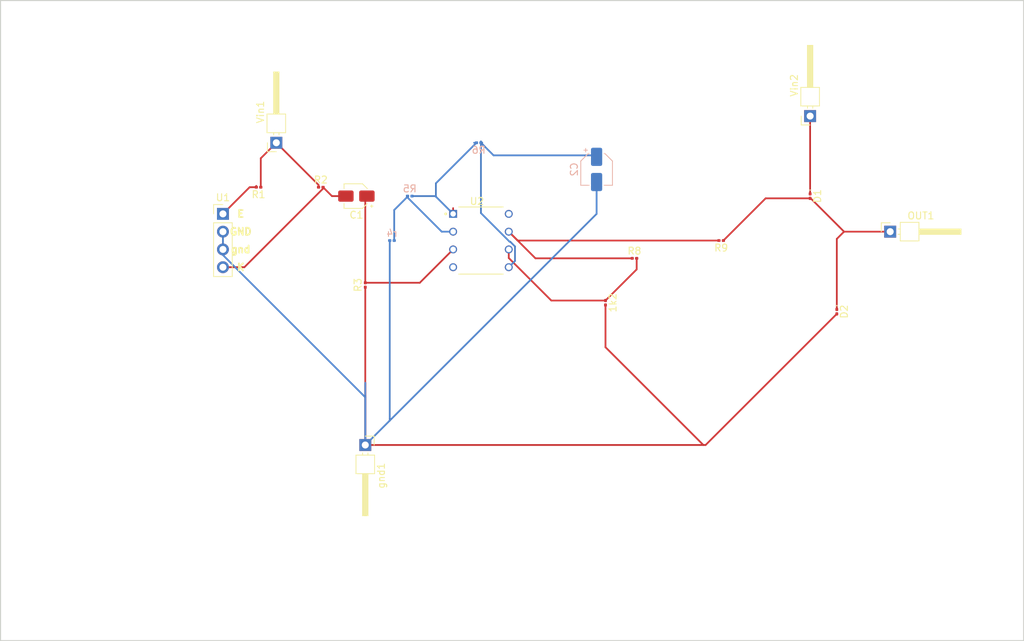
<source format=kicad_pcb>
(kicad_pcb (version 20171130) (host pcbnew "(5.1.10)-1")

  (general
    (thickness 1.6)
    (drawings 8)
    (tracks 72)
    (zones 0)
    (modules 19)
    (nets 13)
  )

  (page A4)
  (layers
    (0 F.Cu signal)
    (1 In1.Cu signal)
    (2 In2.Cu signal)
    (3 In3.Cu signal)
    (4 In4.Cu signal)
    (5 In5.Cu signal)
    (6 In6.Cu signal)
    (7 In7.Cu signal)
    (8 In8.Cu signal)
    (9 In9.Cu signal)
    (10 In10.Cu signal)
    (11 In11.Cu signal)
    (12 In12.Cu signal)
    (13 In13.Cu signal)
    (14 In14.Cu signal)
    (15 In15.Cu signal)
    (16 In16.Cu signal)
    (17 In17.Cu signal)
    (18 In18.Cu signal)
    (19 In19.Cu signal)
    (20 In20.Cu signal)
    (21 In21.Cu signal)
    (22 In22.Cu signal)
    (23 In23.Cu signal)
    (24 In24.Cu signal)
    (25 In25.Cu signal)
    (26 In26.Cu signal)
    (27 In27.Cu signal)
    (28 In28.Cu signal)
    (29 In29.Cu signal)
    (30 In30.Cu signal)
    (31 B.Cu signal)
    (32 B.Adhes user)
    (33 F.Adhes user)
    (34 B.Paste user)
    (35 F.Paste user)
    (36 B.SilkS user)
    (37 F.SilkS user)
    (38 B.Mask user)
    (39 F.Mask user)
    (40 Dwgs.User user)
    (41 Cmts.User user)
    (42 Eco1.User user)
    (43 Eco2.User user)
    (44 Edge.Cuts user)
    (45 Margin user)
    (46 B.CrtYd user)
    (47 F.CrtYd user)
    (48 B.Fab user)
    (49 F.Fab user)
  )

  (setup
    (last_trace_width 0.25)
    (trace_clearance 0.2)
    (zone_clearance 0.508)
    (zone_45_only no)
    (trace_min 0.2)
    (via_size 0.8)
    (via_drill 0.4)
    (via_min_size 0.4)
    (via_min_drill 0.3)
    (uvia_size 0.3)
    (uvia_drill 0.1)
    (uvias_allowed no)
    (uvia_min_size 0.2)
    (uvia_min_drill 0.1)
    (edge_width 0.15)
    (segment_width 0.2)
    (pcb_text_width 0.3)
    (pcb_text_size 1 1)
    (mod_edge_width 0.15)
    (mod_text_size 1 1)
    (mod_text_width 0.15)
    (pad_size 1.524 1.524)
    (pad_drill 0.762)
    (pad_to_mask_clearance 0)
    (aux_axis_origin 0 0)
    (visible_elements 7FFFFFFF)
    (pcbplotparams
      (layerselection 0x010f0_80000007)
      (usegerberextensions false)
      (usegerberattributes true)
      (usegerberadvancedattributes true)
      (creategerberjobfile true)
      (excludeedgelayer true)
      (linewidth 0.100000)
      (plotframeref false)
      (viasonmask false)
      (mode 1)
      (useauxorigin false)
      (hpglpennumber 1)
      (hpglpenspeed 20)
      (hpglpendiameter 15.000000)
      (psnegative false)
      (psa4output false)
      (plotreference true)
      (plotvalue true)
      (plotinvisibletext false)
      (padsonsilk false)
      (subtractmaskfromsilk false)
      (outputformat 1)
      (mirror false)
      (drillshape 0)
      (scaleselection 1)
      (outputdirectory "../ToOshPark/"))
  )

  (net 0 "")
  (net 1 "Net-(1k2-Pad1)")
  (net 2 "Net-(C1-Pad2)")
  (net 3 "Net-(C1-Pad1)")
  (net 4 "Net-(C2-Pad1)")
  (net 5 "Net-(D1-Pad2)")
  (net 6 "Net-(R1-Pad2)")
  (net 7 "Net-(R1-Pad1)")
  (net 8 "Net-(R5-Pad2)")
  (net 9 "Net-(R5-Pad1)")
  (net 10 "Net-(R8-Pad1)")
  (net 11 "Net-(1k2-Pad2)")
  (net 12 "Net-(D1-Pad1)")

  (net_class Default "This is the default net class."
    (clearance 0.2)
    (trace_width 0.25)
    (via_dia 0.8)
    (via_drill 0.4)
    (uvia_dia 0.3)
    (uvia_drill 0.1)
    (add_net "Net-(1k2-Pad1)")
    (add_net "Net-(1k2-Pad2)")
    (add_net "Net-(C1-Pad1)")
    (add_net "Net-(C1-Pad2)")
    (add_net "Net-(C2-Pad1)")
    (add_net "Net-(D1-Pad1)")
    (add_net "Net-(D1-Pad2)")
    (add_net "Net-(R1-Pad1)")
    (add_net "Net-(R1-Pad2)")
    (add_net "Net-(R5-Pad1)")
    (add_net "Net-(R5-Pad2)")
    (add_net "Net-(R8-Pad1)")
  )

  (module Connector_PinHeader_2.54mm:PinHeader_1x04_P2.54mm_Vertical (layer F.Cu) (tedit 59FED5CC) (tstamp 61892521)
    (at 148.59 104.14)
    (descr "Through hole straight pin header, 1x04, 2.54mm pitch, single row")
    (tags "Through hole pin header THT 1x04 2.54mm single row")
    (path /61872E79)
    (fp_text reference U1 (at 0 -2.33) (layer F.SilkS)
      (effects (font (size 1 1) (thickness 0.15)))
    )
    (fp_text value OPB745 (at 0 9.95) (layer F.Fab)
      (effects (font (size 1 1) (thickness 0.15)))
    )
    (fp_text user %R (at 0 3.81 90) (layer F.Fab)
      (effects (font (size 1 1) (thickness 0.15)))
    )
    (fp_line (start -0.635 -1.27) (end 1.27 -1.27) (layer F.Fab) (width 0.1))
    (fp_line (start 1.27 -1.27) (end 1.27 8.89) (layer F.Fab) (width 0.1))
    (fp_line (start 1.27 8.89) (end -1.27 8.89) (layer F.Fab) (width 0.1))
    (fp_line (start -1.27 8.89) (end -1.27 -0.635) (layer F.Fab) (width 0.1))
    (fp_line (start -1.27 -0.635) (end -0.635 -1.27) (layer F.Fab) (width 0.1))
    (fp_line (start -1.33 8.95) (end 1.33 8.95) (layer F.SilkS) (width 0.12))
    (fp_line (start -1.33 1.27) (end -1.33 8.95) (layer F.SilkS) (width 0.12))
    (fp_line (start 1.33 1.27) (end 1.33 8.95) (layer F.SilkS) (width 0.12))
    (fp_line (start -1.33 1.27) (end 1.33 1.27) (layer F.SilkS) (width 0.12))
    (fp_line (start -1.33 0) (end -1.33 -1.33) (layer F.SilkS) (width 0.12))
    (fp_line (start -1.33 -1.33) (end 0 -1.33) (layer F.SilkS) (width 0.12))
    (fp_line (start -1.8 -1.8) (end -1.8 9.4) (layer F.CrtYd) (width 0.05))
    (fp_line (start -1.8 9.4) (end 1.8 9.4) (layer F.CrtYd) (width 0.05))
    (fp_line (start 1.8 9.4) (end 1.8 -1.8) (layer F.CrtYd) (width 0.05))
    (fp_line (start 1.8 -1.8) (end -1.8 -1.8) (layer F.CrtYd) (width 0.05))
    (pad 4 thru_hole oval (at 0 7.62) (size 1.7 1.7) (drill 1) (layers *.Cu *.Mask)
      (net 2 "Net-(C1-Pad2)"))
    (pad 3 thru_hole oval (at 0 5.08) (size 1.7 1.7) (drill 1) (layers *.Cu *.Mask)
      (net 11 "Net-(1k2-Pad2)"))
    (pad 2 thru_hole oval (at 0 2.54) (size 1.7 1.7) (drill 1) (layers *.Cu *.Mask)
      (net 11 "Net-(1k2-Pad2)"))
    (pad 1 thru_hole rect (at 0 0) (size 1.7 1.7) (drill 1) (layers *.Cu *.Mask)
      (net 6 "Net-(R1-Pad2)"))
    (model ${KISYS3DMOD}/Connector_PinHeader_2.54mm.3dshapes/PinHeader_1x04_P2.54mm_Vertical.wrl
      (at (xyz 0 0 0))
      (scale (xyz 1 1 1))
      (rotate (xyz 0 0 0))
    )
  )

  (module Connector_PinHeader_2.54mm:PinHeader_1x01_P2.54mm_Horizontal (layer F.Cu) (tedit 59FED5CB) (tstamp 61890340)
    (at 232.41 90.17 90)
    (descr "Through hole angled pin header, 1x01, 2.54mm pitch, 6mm pin length, single row")
    (tags "Through hole angled pin header THT 1x01 2.54mm single row")
    (path /618E2A83)
    (fp_text reference Vin2 (at 4.385 -2.27 90) (layer F.SilkS)
      (effects (font (size 1 1) (thickness 0.15)))
    )
    (fp_text value Conn_01x01_Male (at 4.385 2.27 90) (layer F.Fab)
      (effects (font (size 1 1) (thickness 0.15)))
    )
    (fp_text user %R (at 2.77 0) (layer F.Fab)
      (effects (font (size 1 1) (thickness 0.15)))
    )
    (fp_line (start 2.135 -1.27) (end 4.04 -1.27) (layer F.Fab) (width 0.1))
    (fp_line (start 4.04 -1.27) (end 4.04 1.27) (layer F.Fab) (width 0.1))
    (fp_line (start 4.04 1.27) (end 1.5 1.27) (layer F.Fab) (width 0.1))
    (fp_line (start 1.5 1.27) (end 1.5 -0.635) (layer F.Fab) (width 0.1))
    (fp_line (start 1.5 -0.635) (end 2.135 -1.27) (layer F.Fab) (width 0.1))
    (fp_line (start -0.32 -0.32) (end 1.5 -0.32) (layer F.Fab) (width 0.1))
    (fp_line (start -0.32 -0.32) (end -0.32 0.32) (layer F.Fab) (width 0.1))
    (fp_line (start -0.32 0.32) (end 1.5 0.32) (layer F.Fab) (width 0.1))
    (fp_line (start 4.04 -0.32) (end 10.04 -0.32) (layer F.Fab) (width 0.1))
    (fp_line (start 10.04 -0.32) (end 10.04 0.32) (layer F.Fab) (width 0.1))
    (fp_line (start 4.04 0.32) (end 10.04 0.32) (layer F.Fab) (width 0.1))
    (fp_line (start 1.44 -1.33) (end 1.44 1.33) (layer F.SilkS) (width 0.12))
    (fp_line (start 1.44 1.33) (end 4.1 1.33) (layer F.SilkS) (width 0.12))
    (fp_line (start 4.1 1.33) (end 4.1 -1.33) (layer F.SilkS) (width 0.12))
    (fp_line (start 4.1 -1.33) (end 1.44 -1.33) (layer F.SilkS) (width 0.12))
    (fp_line (start 4.1 -0.38) (end 10.1 -0.38) (layer F.SilkS) (width 0.12))
    (fp_line (start 10.1 -0.38) (end 10.1 0.38) (layer F.SilkS) (width 0.12))
    (fp_line (start 10.1 0.38) (end 4.1 0.38) (layer F.SilkS) (width 0.12))
    (fp_line (start 4.1 -0.32) (end 10.1 -0.32) (layer F.SilkS) (width 0.12))
    (fp_line (start 4.1 -0.2) (end 10.1 -0.2) (layer F.SilkS) (width 0.12))
    (fp_line (start 4.1 -0.08) (end 10.1 -0.08) (layer F.SilkS) (width 0.12))
    (fp_line (start 4.1 0.04) (end 10.1 0.04) (layer F.SilkS) (width 0.12))
    (fp_line (start 4.1 0.16) (end 10.1 0.16) (layer F.SilkS) (width 0.12))
    (fp_line (start 4.1 0.28) (end 10.1 0.28) (layer F.SilkS) (width 0.12))
    (fp_line (start 1.11 -0.38) (end 1.44 -0.38) (layer F.SilkS) (width 0.12))
    (fp_line (start 1.11 0.38) (end 1.44 0.38) (layer F.SilkS) (width 0.12))
    (fp_line (start -1.27 0) (end -1.27 -1.27) (layer F.SilkS) (width 0.12))
    (fp_line (start -1.27 -1.27) (end 0 -1.27) (layer F.SilkS) (width 0.12))
    (fp_line (start -1.8 -1.8) (end -1.8 1.8) (layer F.CrtYd) (width 0.05))
    (fp_line (start -1.8 1.8) (end 10.55 1.8) (layer F.CrtYd) (width 0.05))
    (fp_line (start 10.55 1.8) (end 10.55 -1.8) (layer F.CrtYd) (width 0.05))
    (fp_line (start 10.55 -1.8) (end -1.8 -1.8) (layer F.CrtYd) (width 0.05))
    (pad 1 thru_hole rect (at 0 0 90) (size 1.7 1.7) (drill 1) (layers *.Cu *.Mask)
      (net 12 "Net-(D1-Pad1)"))
    (model ${KISYS3DMOD}/Connector_PinHeader_2.54mm.3dshapes/PinHeader_1x01_P2.54mm_Horizontal.wrl
      (at (xyz 0 0 0))
      (scale (xyz 1 1 1))
      (rotate (xyz 0 0 0))
    )
  )

  (module Connector_PinHeader_2.54mm:PinHeader_1x01_P2.54mm_Horizontal (layer F.Cu) (tedit 59FED5CB) (tstamp 6189016C)
    (at 243.84 106.68)
    (descr "Through hole angled pin header, 1x01, 2.54mm pitch, 6mm pin length, single row")
    (tags "Through hole angled pin header THT 1x01 2.54mm single row")
    (path /6193298D)
    (fp_text reference OUT1 (at 4.385 -2.27) (layer F.SilkS)
      (effects (font (size 1 1) (thickness 0.15)))
    )
    (fp_text value Conn_01x01_Male (at 4.385 2.27) (layer F.Fab)
      (effects (font (size 1 1) (thickness 0.15)))
    )
    (fp_text user %R (at 2.77 0 90) (layer F.Fab)
      (effects (font (size 1 1) (thickness 0.15)))
    )
    (fp_line (start 2.135 -1.27) (end 4.04 -1.27) (layer F.Fab) (width 0.1))
    (fp_line (start 4.04 -1.27) (end 4.04 1.27) (layer F.Fab) (width 0.1))
    (fp_line (start 4.04 1.27) (end 1.5 1.27) (layer F.Fab) (width 0.1))
    (fp_line (start 1.5 1.27) (end 1.5 -0.635) (layer F.Fab) (width 0.1))
    (fp_line (start 1.5 -0.635) (end 2.135 -1.27) (layer F.Fab) (width 0.1))
    (fp_line (start -0.32 -0.32) (end 1.5 -0.32) (layer F.Fab) (width 0.1))
    (fp_line (start -0.32 -0.32) (end -0.32 0.32) (layer F.Fab) (width 0.1))
    (fp_line (start -0.32 0.32) (end 1.5 0.32) (layer F.Fab) (width 0.1))
    (fp_line (start 4.04 -0.32) (end 10.04 -0.32) (layer F.Fab) (width 0.1))
    (fp_line (start 10.04 -0.32) (end 10.04 0.32) (layer F.Fab) (width 0.1))
    (fp_line (start 4.04 0.32) (end 10.04 0.32) (layer F.Fab) (width 0.1))
    (fp_line (start 1.44 -1.33) (end 1.44 1.33) (layer F.SilkS) (width 0.12))
    (fp_line (start 1.44 1.33) (end 4.1 1.33) (layer F.SilkS) (width 0.12))
    (fp_line (start 4.1 1.33) (end 4.1 -1.33) (layer F.SilkS) (width 0.12))
    (fp_line (start 4.1 -1.33) (end 1.44 -1.33) (layer F.SilkS) (width 0.12))
    (fp_line (start 4.1 -0.38) (end 10.1 -0.38) (layer F.SilkS) (width 0.12))
    (fp_line (start 10.1 -0.38) (end 10.1 0.38) (layer F.SilkS) (width 0.12))
    (fp_line (start 10.1 0.38) (end 4.1 0.38) (layer F.SilkS) (width 0.12))
    (fp_line (start 4.1 -0.32) (end 10.1 -0.32) (layer F.SilkS) (width 0.12))
    (fp_line (start 4.1 -0.2) (end 10.1 -0.2) (layer F.SilkS) (width 0.12))
    (fp_line (start 4.1 -0.08) (end 10.1 -0.08) (layer F.SilkS) (width 0.12))
    (fp_line (start 4.1 0.04) (end 10.1 0.04) (layer F.SilkS) (width 0.12))
    (fp_line (start 4.1 0.16) (end 10.1 0.16) (layer F.SilkS) (width 0.12))
    (fp_line (start 4.1 0.28) (end 10.1 0.28) (layer F.SilkS) (width 0.12))
    (fp_line (start 1.11 -0.38) (end 1.44 -0.38) (layer F.SilkS) (width 0.12))
    (fp_line (start 1.11 0.38) (end 1.44 0.38) (layer F.SilkS) (width 0.12))
    (fp_line (start -1.27 0) (end -1.27 -1.27) (layer F.SilkS) (width 0.12))
    (fp_line (start -1.27 -1.27) (end 0 -1.27) (layer F.SilkS) (width 0.12))
    (fp_line (start -1.8 -1.8) (end -1.8 1.8) (layer F.CrtYd) (width 0.05))
    (fp_line (start -1.8 1.8) (end 10.55 1.8) (layer F.CrtYd) (width 0.05))
    (fp_line (start 10.55 1.8) (end 10.55 -1.8) (layer F.CrtYd) (width 0.05))
    (fp_line (start 10.55 -1.8) (end -1.8 -1.8) (layer F.CrtYd) (width 0.05))
    (pad 1 thru_hole rect (at 0 0) (size 1.7 1.7) (drill 1) (layers *.Cu *.Mask)
      (net 5 "Net-(D1-Pad2)"))
    (model ${KISYS3DMOD}/Connector_PinHeader_2.54mm.3dshapes/PinHeader_1x01_P2.54mm_Horizontal.wrl
      (at (xyz 0 0 0))
      (scale (xyz 1 1 1))
      (rotate (xyz 0 0 0))
    )
  )

  (module Resistor_SMD:R_0201_0603Metric (layer F.Cu) (tedit 5F68FEEE) (tstamp 6188ED3F)
    (at 219.71 107.95 180)
    (descr "Resistor SMD 0201 (0603 Metric), square (rectangular) end terminal, IPC_7351 nominal, (Body size source: https://www.vishay.com/docs/20052/crcw0201e3.pdf), generated with kicad-footprint-generator")
    (tags resistor)
    (path /61885D58)
    (attr smd)
    (fp_text reference R9 (at 0 -1.05) (layer F.SilkS)
      (effects (font (size 1 1) (thickness 0.15)))
    )
    (fp_text value 100 (at 0 1.05) (layer F.Fab)
      (effects (font (size 1 1) (thickness 0.15)))
    )
    (fp_text user %R (at 0 -0.68) (layer F.Fab)
      (effects (font (size 0.25 0.25) (thickness 0.04)))
    )
    (fp_line (start -0.3 0.15) (end -0.3 -0.15) (layer F.Fab) (width 0.1))
    (fp_line (start -0.3 -0.15) (end 0.3 -0.15) (layer F.Fab) (width 0.1))
    (fp_line (start 0.3 -0.15) (end 0.3 0.15) (layer F.Fab) (width 0.1))
    (fp_line (start 0.3 0.15) (end -0.3 0.15) (layer F.Fab) (width 0.1))
    (fp_line (start -0.7 0.35) (end -0.7 -0.35) (layer F.CrtYd) (width 0.05))
    (fp_line (start -0.7 -0.35) (end 0.7 -0.35) (layer F.CrtYd) (width 0.05))
    (fp_line (start 0.7 -0.35) (end 0.7 0.35) (layer F.CrtYd) (width 0.05))
    (fp_line (start 0.7 0.35) (end -0.7 0.35) (layer F.CrtYd) (width 0.05))
    (pad 2 smd roundrect (at 0.32 0 180) (size 0.46 0.4) (layers F.Cu F.Mask) (roundrect_rratio 0.25)
      (net 10 "Net-(R8-Pad1)"))
    (pad 1 smd roundrect (at -0.32 0 180) (size 0.46 0.4) (layers F.Cu F.Mask) (roundrect_rratio 0.25)
      (net 5 "Net-(D1-Pad2)"))
    (pad "" smd roundrect (at 0.345 0 180) (size 0.318 0.36) (layers F.Paste) (roundrect_rratio 0.25))
    (pad "" smd roundrect (at -0.345 0 180) (size 0.318 0.36) (layers F.Paste) (roundrect_rratio 0.25))
    (model ${KISYS3DMOD}/Resistor_SMD.3dshapes/R_0201_0603Metric.wrl
      (at (xyz 0 0 0))
      (scale (xyz 1 1 1))
      (rotate (xyz 0 0 0))
    )
  )

  (module Resistor_SMD:R_0201_0603Metric (layer F.Cu) (tedit 5F68FEEE) (tstamp 6188ED2E)
    (at 207.33 110.49)
    (descr "Resistor SMD 0201 (0603 Metric), square (rectangular) end terminal, IPC_7351 nominal, (Body size source: https://www.vishay.com/docs/20052/crcw0201e3.pdf), generated with kicad-footprint-generator")
    (tags resistor)
    (path /61881D72)
    (attr smd)
    (fp_text reference R8 (at 0 -1.05) (layer F.SilkS)
      (effects (font (size 1 1) (thickness 0.15)))
    )
    (fp_text value 15k (at 0 1.05) (layer F.Fab)
      (effects (font (size 1 1) (thickness 0.15)))
    )
    (fp_text user %R (at 0 -0.68) (layer F.Fab)
      (effects (font (size 0.25 0.25) (thickness 0.04)))
    )
    (fp_line (start -0.3 0.15) (end -0.3 -0.15) (layer F.Fab) (width 0.1))
    (fp_line (start -0.3 -0.15) (end 0.3 -0.15) (layer F.Fab) (width 0.1))
    (fp_line (start 0.3 -0.15) (end 0.3 0.15) (layer F.Fab) (width 0.1))
    (fp_line (start 0.3 0.15) (end -0.3 0.15) (layer F.Fab) (width 0.1))
    (fp_line (start -0.7 0.35) (end -0.7 -0.35) (layer F.CrtYd) (width 0.05))
    (fp_line (start -0.7 -0.35) (end 0.7 -0.35) (layer F.CrtYd) (width 0.05))
    (fp_line (start 0.7 -0.35) (end 0.7 0.35) (layer F.CrtYd) (width 0.05))
    (fp_line (start 0.7 0.35) (end -0.7 0.35) (layer F.CrtYd) (width 0.05))
    (pad 2 smd roundrect (at 0.32 0) (size 0.46 0.4) (layers F.Cu F.Mask) (roundrect_rratio 0.25)
      (net 1 "Net-(1k2-Pad1)"))
    (pad 1 smd roundrect (at -0.32 0) (size 0.46 0.4) (layers F.Cu F.Mask) (roundrect_rratio 0.25)
      (net 10 "Net-(R8-Pad1)"))
    (pad "" smd roundrect (at 0.345 0) (size 0.318 0.36) (layers F.Paste) (roundrect_rratio 0.25))
    (pad "" smd roundrect (at -0.345 0) (size 0.318 0.36) (layers F.Paste) (roundrect_rratio 0.25))
    (model ${KISYS3DMOD}/Resistor_SMD.3dshapes/R_0201_0603Metric.wrl
      (at (xyz 0 0 0))
      (scale (xyz 1 1 1))
      (rotate (xyz 0 0 0))
    )
  )

  (module Resistor_SMD:R_0201_0603Metric (layer B.Cu) (tedit 5F68FEEE) (tstamp 6188ED1D)
    (at 185.1 93.98)
    (descr "Resistor SMD 0201 (0603 Metric), square (rectangular) end terminal, IPC_7351 nominal, (Body size source: https://www.vishay.com/docs/20052/crcw0201e3.pdf), generated with kicad-footprint-generator")
    (tags resistor)
    (path /6187D634)
    (attr smd)
    (fp_text reference R6 (at 0 1.05) (layer B.SilkS)
      (effects (font (size 1 1) (thickness 0.15)) (justify mirror))
    )
    (fp_text value 842k (at 0 -1.05) (layer B.Fab)
      (effects (font (size 1 1) (thickness 0.15)) (justify mirror))
    )
    (fp_text user %R (at 0 0.68) (layer B.Fab)
      (effects (font (size 0.25 0.25) (thickness 0.04)) (justify mirror))
    )
    (fp_line (start -0.3 -0.15) (end -0.3 0.15) (layer B.Fab) (width 0.1))
    (fp_line (start -0.3 0.15) (end 0.3 0.15) (layer B.Fab) (width 0.1))
    (fp_line (start 0.3 0.15) (end 0.3 -0.15) (layer B.Fab) (width 0.1))
    (fp_line (start 0.3 -0.15) (end -0.3 -0.15) (layer B.Fab) (width 0.1))
    (fp_line (start -0.7 -0.35) (end -0.7 0.35) (layer B.CrtYd) (width 0.05))
    (fp_line (start -0.7 0.35) (end 0.7 0.35) (layer B.CrtYd) (width 0.05))
    (fp_line (start 0.7 0.35) (end 0.7 -0.35) (layer B.CrtYd) (width 0.05))
    (fp_line (start 0.7 -0.35) (end -0.7 -0.35) (layer B.CrtYd) (width 0.05))
    (pad 2 smd roundrect (at 0.32 0) (size 0.46 0.4) (layers B.Cu B.Mask) (roundrect_rratio 0.25)
      (net 4 "Net-(C2-Pad1)"))
    (pad 1 smd roundrect (at -0.32 0) (size 0.46 0.4) (layers B.Cu B.Mask) (roundrect_rratio 0.25)
      (net 9 "Net-(R5-Pad1)"))
    (pad "" smd roundrect (at 0.345 0) (size 0.318 0.36) (layers B.Paste) (roundrect_rratio 0.25))
    (pad "" smd roundrect (at -0.345 0) (size 0.318 0.36) (layers B.Paste) (roundrect_rratio 0.25))
    (model ${KISYS3DMOD}/Resistor_SMD.3dshapes/R_0201_0603Metric.wrl
      (at (xyz 0 0 0))
      (scale (xyz 1 1 1))
      (rotate (xyz 0 0 0))
    )
  )

  (module Resistor_SMD:R_0201_0603Metric (layer B.Cu) (tedit 5F68FEEE) (tstamp 6188ED0C)
    (at 175.26 101.6 180)
    (descr "Resistor SMD 0201 (0603 Metric), square (rectangular) end terminal, IPC_7351 nominal, (Body size source: https://www.vishay.com/docs/20052/crcw0201e3.pdf), generated with kicad-footprint-generator")
    (tags resistor)
    (path /61878E1F)
    (attr smd)
    (fp_text reference R5 (at 0 1.05) (layer B.SilkS)
      (effects (font (size 1 1) (thickness 0.15)) (justify mirror))
    )
    (fp_text value 20k (at 0 -1.05) (layer B.Fab)
      (effects (font (size 1 1) (thickness 0.15)) (justify mirror))
    )
    (fp_text user %R (at 0 0.68) (layer B.Fab)
      (effects (font (size 0.25 0.25) (thickness 0.04)) (justify mirror))
    )
    (fp_line (start -0.3 -0.15) (end -0.3 0.15) (layer B.Fab) (width 0.1))
    (fp_line (start -0.3 0.15) (end 0.3 0.15) (layer B.Fab) (width 0.1))
    (fp_line (start 0.3 0.15) (end 0.3 -0.15) (layer B.Fab) (width 0.1))
    (fp_line (start 0.3 -0.15) (end -0.3 -0.15) (layer B.Fab) (width 0.1))
    (fp_line (start -0.7 -0.35) (end -0.7 0.35) (layer B.CrtYd) (width 0.05))
    (fp_line (start -0.7 0.35) (end 0.7 0.35) (layer B.CrtYd) (width 0.05))
    (fp_line (start 0.7 0.35) (end 0.7 -0.35) (layer B.CrtYd) (width 0.05))
    (fp_line (start 0.7 -0.35) (end -0.7 -0.35) (layer B.CrtYd) (width 0.05))
    (pad 2 smd roundrect (at 0.32 0 180) (size 0.46 0.4) (layers B.Cu B.Mask) (roundrect_rratio 0.25)
      (net 8 "Net-(R5-Pad2)"))
    (pad 1 smd roundrect (at -0.32 0 180) (size 0.46 0.4) (layers B.Cu B.Mask) (roundrect_rratio 0.25)
      (net 9 "Net-(R5-Pad1)"))
    (pad "" smd roundrect (at 0.345 0 180) (size 0.318 0.36) (layers B.Paste) (roundrect_rratio 0.25))
    (pad "" smd roundrect (at -0.345 0 180) (size 0.318 0.36) (layers B.Paste) (roundrect_rratio 0.25))
    (model ${KISYS3DMOD}/Resistor_SMD.3dshapes/R_0201_0603Metric.wrl
      (at (xyz 0 0 0))
      (scale (xyz 1 1 1))
      (rotate (xyz 0 0 0))
    )
  )

  (module Resistor_SMD:R_0201_0603Metric (layer B.Cu) (tedit 5F68FEEE) (tstamp 6188ECFB)
    (at 172.72 107.95 180)
    (descr "Resistor SMD 0201 (0603 Metric), square (rectangular) end terminal, IPC_7351 nominal, (Body size source: https://www.vishay.com/docs/20052/crcw0201e3.pdf), generated with kicad-footprint-generator")
    (tags resistor)
    (path /6187932D)
    (attr smd)
    (fp_text reference r4 (at 0 1.05) (layer B.SilkS)
      (effects (font (size 1 1) (thickness 0.15)) (justify mirror))
    )
    (fp_text value 1k (at 0 -1.05) (layer B.Fab)
      (effects (font (size 1 1) (thickness 0.15)) (justify mirror))
    )
    (fp_text user %R (at 0 0.68) (layer B.Fab)
      (effects (font (size 0.25 0.25) (thickness 0.04)) (justify mirror))
    )
    (fp_line (start -0.3 -0.15) (end -0.3 0.15) (layer B.Fab) (width 0.1))
    (fp_line (start -0.3 0.15) (end 0.3 0.15) (layer B.Fab) (width 0.1))
    (fp_line (start 0.3 0.15) (end 0.3 -0.15) (layer B.Fab) (width 0.1))
    (fp_line (start 0.3 -0.15) (end -0.3 -0.15) (layer B.Fab) (width 0.1))
    (fp_line (start -0.7 -0.35) (end -0.7 0.35) (layer B.CrtYd) (width 0.05))
    (fp_line (start -0.7 0.35) (end 0.7 0.35) (layer B.CrtYd) (width 0.05))
    (fp_line (start 0.7 0.35) (end 0.7 -0.35) (layer B.CrtYd) (width 0.05))
    (fp_line (start 0.7 -0.35) (end -0.7 -0.35) (layer B.CrtYd) (width 0.05))
    (pad 2 smd roundrect (at 0.32 0 180) (size 0.46 0.4) (layers B.Cu B.Mask) (roundrect_rratio 0.25)
      (net 11 "Net-(1k2-Pad2)"))
    (pad 1 smd roundrect (at -0.32 0 180) (size 0.46 0.4) (layers B.Cu B.Mask) (roundrect_rratio 0.25)
      (net 8 "Net-(R5-Pad2)"))
    (pad "" smd roundrect (at 0.345 0 180) (size 0.318 0.36) (layers B.Paste) (roundrect_rratio 0.25))
    (pad "" smd roundrect (at -0.345 0 180) (size 0.318 0.36) (layers B.Paste) (roundrect_rratio 0.25))
    (model ${KISYS3DMOD}/Resistor_SMD.3dshapes/R_0201_0603Metric.wrl
      (at (xyz 0 0 0))
      (scale (xyz 1 1 1))
      (rotate (xyz 0 0 0))
    )
  )

  (module Resistor_SMD:R_0201_0603Metric (layer F.Cu) (tedit 5F68FEEE) (tstamp 6188ECEA)
    (at 168.91 114.3 90)
    (descr "Resistor SMD 0201 (0603 Metric), square (rectangular) end terminal, IPC_7351 nominal, (Body size source: https://www.vishay.com/docs/20052/crcw0201e3.pdf), generated with kicad-footprint-generator")
    (tags resistor)
    (path /6185965A)
    (attr smd)
    (fp_text reference R3 (at 0 -1.05 90) (layer F.SilkS)
      (effects (font (size 1 1) (thickness 0.15)))
    )
    (fp_text value 680k (at 0 1.05 90) (layer F.Fab)
      (effects (font (size 1 1) (thickness 0.15)))
    )
    (fp_text user %R (at 0 -0.68 90) (layer F.Fab)
      (effects (font (size 0.25 0.25) (thickness 0.04)))
    )
    (fp_line (start -0.3 0.15) (end -0.3 -0.15) (layer F.Fab) (width 0.1))
    (fp_line (start -0.3 -0.15) (end 0.3 -0.15) (layer F.Fab) (width 0.1))
    (fp_line (start 0.3 -0.15) (end 0.3 0.15) (layer F.Fab) (width 0.1))
    (fp_line (start 0.3 0.15) (end -0.3 0.15) (layer F.Fab) (width 0.1))
    (fp_line (start -0.7 0.35) (end -0.7 -0.35) (layer F.CrtYd) (width 0.05))
    (fp_line (start -0.7 -0.35) (end 0.7 -0.35) (layer F.CrtYd) (width 0.05))
    (fp_line (start 0.7 -0.35) (end 0.7 0.35) (layer F.CrtYd) (width 0.05))
    (fp_line (start 0.7 0.35) (end -0.7 0.35) (layer F.CrtYd) (width 0.05))
    (pad 2 smd roundrect (at 0.32 0 90) (size 0.46 0.4) (layers F.Cu F.Mask) (roundrect_rratio 0.25)
      (net 3 "Net-(C1-Pad1)"))
    (pad 1 smd roundrect (at -0.32 0 90) (size 0.46 0.4) (layers F.Cu F.Mask) (roundrect_rratio 0.25)
      (net 11 "Net-(1k2-Pad2)"))
    (pad "" smd roundrect (at 0.345 0 90) (size 0.318 0.36) (layers F.Paste) (roundrect_rratio 0.25))
    (pad "" smd roundrect (at -0.345 0 90) (size 0.318 0.36) (layers F.Paste) (roundrect_rratio 0.25))
    (model ${KISYS3DMOD}/Resistor_SMD.3dshapes/R_0201_0603Metric.wrl
      (at (xyz 0 0 0))
      (scale (xyz 1 1 1))
      (rotate (xyz 0 0 0))
    )
  )

  (module Diode_SMD:D_0201_0603Metric (layer F.Cu) (tedit 5F68FEF0) (tstamp 6188EC19)
    (at 236.22 118.11 270)
    (descr "Diode SMD 0201 (0603 Metric), square (rectangular) end terminal, IPC_7351 nominal, (Body size source: https://www.vishay.com/docs/20052/crcw0201e3.pdf), generated with kicad-footprint-generator")
    (tags diode)
    (path /6188CB8D)
    (attr smd)
    (fp_text reference D2 (at 0 -1.05 90) (layer F.SilkS)
      (effects (font (size 1 1) (thickness 0.15)))
    )
    (fp_text value DIODE (at 0 1.05 90) (layer F.Fab)
      (effects (font (size 1 1) (thickness 0.15)))
    )
    (fp_text user %R (at 0 -0.68 90) (layer F.Fab)
      (effects (font (size 0.25 0.25) (thickness 0.04)))
    )
    (fp_circle (center -0.86 0) (end -0.81 0) (layer F.SilkS) (width 0.1))
    (fp_line (start -0.3 0.15) (end -0.3 -0.15) (layer F.Fab) (width 0.1))
    (fp_line (start -0.3 -0.15) (end 0.3 -0.15) (layer F.Fab) (width 0.1))
    (fp_line (start 0.3 -0.15) (end 0.3 0.15) (layer F.Fab) (width 0.1))
    (fp_line (start 0.3 0.15) (end -0.3 0.15) (layer F.Fab) (width 0.1))
    (fp_line (start -0.2 0.15) (end -0.2 -0.15) (layer F.Fab) (width 0.1))
    (fp_line (start -0.1 0.15) (end -0.1 -0.15) (layer F.Fab) (width 0.1))
    (fp_line (start -0.7 0.35) (end -0.7 -0.35) (layer F.CrtYd) (width 0.05))
    (fp_line (start -0.7 -0.35) (end 0.7 -0.35) (layer F.CrtYd) (width 0.05))
    (fp_line (start 0.7 -0.35) (end 0.7 0.35) (layer F.CrtYd) (width 0.05))
    (fp_line (start 0.7 0.35) (end -0.7 0.35) (layer F.CrtYd) (width 0.05))
    (pad 2 smd roundrect (at 0.32 0 270) (size 0.46 0.4) (layers F.Cu F.Mask) (roundrect_rratio 0.25)
      (net 11 "Net-(1k2-Pad2)"))
    (pad 1 smd roundrect (at -0.32 0 270) (size 0.46 0.4) (layers F.Cu F.Mask) (roundrect_rratio 0.25)
      (net 5 "Net-(D1-Pad2)"))
    (pad "" smd roundrect (at 0.345 0 270) (size 0.318 0.36) (layers F.Paste) (roundrect_rratio 0.25))
    (pad "" smd roundrect (at -0.345 0 270) (size 0.318 0.36) (layers F.Paste) (roundrect_rratio 0.25))
    (model ${KISYS3DMOD}/Diode_SMD.3dshapes/D_0201_0603Metric.wrl
      (at (xyz 0 0 0))
      (scale (xyz 1 1 1))
      (rotate (xyz 0 0 0))
    )
  )

  (module Diode_SMD:D_0201_0603Metric (layer F.Cu) (tedit 5F68FEF0) (tstamp 6188EC05)
    (at 232.41 101.6 270)
    (descr "Diode SMD 0201 (0603 Metric), square (rectangular) end terminal, IPC_7351 nominal, (Body size source: https://www.vishay.com/docs/20052/crcw0201e3.pdf), generated with kicad-footprint-generator")
    (tags diode)
    (path /6188D84B)
    (attr smd)
    (fp_text reference D1 (at 0 -1.05 90) (layer F.SilkS)
      (effects (font (size 1 1) (thickness 0.15)))
    )
    (fp_text value DIODE (at 0 1.05 90) (layer F.Fab)
      (effects (font (size 1 1) (thickness 0.15)))
    )
    (fp_text user %R (at 0 -0.68 90) (layer F.Fab)
      (effects (font (size 0.25 0.25) (thickness 0.04)))
    )
    (fp_circle (center -0.86 0) (end -0.81 0) (layer F.SilkS) (width 0.1))
    (fp_line (start -0.3 0.15) (end -0.3 -0.15) (layer F.Fab) (width 0.1))
    (fp_line (start -0.3 -0.15) (end 0.3 -0.15) (layer F.Fab) (width 0.1))
    (fp_line (start 0.3 -0.15) (end 0.3 0.15) (layer F.Fab) (width 0.1))
    (fp_line (start 0.3 0.15) (end -0.3 0.15) (layer F.Fab) (width 0.1))
    (fp_line (start -0.2 0.15) (end -0.2 -0.15) (layer F.Fab) (width 0.1))
    (fp_line (start -0.1 0.15) (end -0.1 -0.15) (layer F.Fab) (width 0.1))
    (fp_line (start -0.7 0.35) (end -0.7 -0.35) (layer F.CrtYd) (width 0.05))
    (fp_line (start -0.7 -0.35) (end 0.7 -0.35) (layer F.CrtYd) (width 0.05))
    (fp_line (start 0.7 -0.35) (end 0.7 0.35) (layer F.CrtYd) (width 0.05))
    (fp_line (start 0.7 0.35) (end -0.7 0.35) (layer F.CrtYd) (width 0.05))
    (pad 2 smd roundrect (at 0.32 0 270) (size 0.46 0.4) (layers F.Cu F.Mask) (roundrect_rratio 0.25)
      (net 5 "Net-(D1-Pad2)"))
    (pad 1 smd roundrect (at -0.32 0 270) (size 0.46 0.4) (layers F.Cu F.Mask) (roundrect_rratio 0.25)
      (net 12 "Net-(D1-Pad1)"))
    (pad "" smd roundrect (at 0.345 0 270) (size 0.318 0.36) (layers F.Paste) (roundrect_rratio 0.25))
    (pad "" smd roundrect (at -0.345 0 270) (size 0.318 0.36) (layers F.Paste) (roundrect_rratio 0.25))
    (model ${KISYS3DMOD}/Diode_SMD.3dshapes/D_0201_0603Metric.wrl
      (at (xyz 0 0 0))
      (scale (xyz 1 1 1))
      (rotate (xyz 0 0 0))
    )
  )

  (module Capacitor_SMD:CP_Elec_4x3 (layer B.Cu) (tedit 5BCA39CF) (tstamp 6188EBF1)
    (at 201.93 97.79 270)
    (descr "SMD capacitor, aluminum electrolytic, Nichicon, 4.0x3mm")
    (tags "capacitor electrolytic")
    (path /61883FA3)
    (attr smd)
    (fp_text reference C2 (at 0 3.2 270) (layer B.SilkS)
      (effects (font (size 1 1) (thickness 0.15)) (justify mirror))
    )
    (fp_text value 97.3uf (at 0 -3.2 270) (layer B.Fab)
      (effects (font (size 1 1) (thickness 0.15)) (justify mirror))
    )
    (fp_text user %R (at 0 0 270) (layer B.Fab)
      (effects (font (size 0.8 0.8) (thickness 0.12)) (justify mirror))
    )
    (fp_circle (center 0 0) (end 2 0) (layer B.Fab) (width 0.1))
    (fp_line (start 2.15 2.15) (end 2.15 -2.15) (layer B.Fab) (width 0.1))
    (fp_line (start -1.15 2.15) (end 2.15 2.15) (layer B.Fab) (width 0.1))
    (fp_line (start -1.15 -2.15) (end 2.15 -2.15) (layer B.Fab) (width 0.1))
    (fp_line (start -2.15 1.15) (end -2.15 -1.15) (layer B.Fab) (width 0.1))
    (fp_line (start -2.15 1.15) (end -1.15 2.15) (layer B.Fab) (width 0.1))
    (fp_line (start -2.15 -1.15) (end -1.15 -2.15) (layer B.Fab) (width 0.1))
    (fp_line (start -1.574773 1) (end -1.174773 1) (layer B.Fab) (width 0.1))
    (fp_line (start -1.374773 1.2) (end -1.374773 0.8) (layer B.Fab) (width 0.1))
    (fp_line (start 2.26 -2.26) (end 2.26 -1.06) (layer B.SilkS) (width 0.12))
    (fp_line (start 2.26 2.26) (end 2.26 1.06) (layer B.SilkS) (width 0.12))
    (fp_line (start -1.195563 2.26) (end 2.26 2.26) (layer B.SilkS) (width 0.12))
    (fp_line (start -1.195563 -2.26) (end 2.26 -2.26) (layer B.SilkS) (width 0.12))
    (fp_line (start -2.26 -1.195563) (end -2.26 -1.06) (layer B.SilkS) (width 0.12))
    (fp_line (start -2.26 1.195563) (end -2.26 1.06) (layer B.SilkS) (width 0.12))
    (fp_line (start -2.26 1.195563) (end -1.195563 2.26) (layer B.SilkS) (width 0.12))
    (fp_line (start -2.26 -1.195563) (end -1.195563 -2.26) (layer B.SilkS) (width 0.12))
    (fp_line (start -3 1.56) (end -2.5 1.56) (layer B.SilkS) (width 0.12))
    (fp_line (start -2.75 1.81) (end -2.75 1.31) (layer B.SilkS) (width 0.12))
    (fp_line (start 2.4 2.4) (end 2.4 1.05) (layer B.CrtYd) (width 0.05))
    (fp_line (start 2.4 1.05) (end 3.35 1.05) (layer B.CrtYd) (width 0.05))
    (fp_line (start 3.35 1.05) (end 3.35 -1.05) (layer B.CrtYd) (width 0.05))
    (fp_line (start 3.35 -1.05) (end 2.4 -1.05) (layer B.CrtYd) (width 0.05))
    (fp_line (start 2.4 -1.05) (end 2.4 -2.4) (layer B.CrtYd) (width 0.05))
    (fp_line (start -1.25 -2.4) (end 2.4 -2.4) (layer B.CrtYd) (width 0.05))
    (fp_line (start -1.25 2.4) (end 2.4 2.4) (layer B.CrtYd) (width 0.05))
    (fp_line (start -2.4 -1.25) (end -1.25 -2.4) (layer B.CrtYd) (width 0.05))
    (fp_line (start -2.4 1.25) (end -1.25 2.4) (layer B.CrtYd) (width 0.05))
    (fp_line (start -2.4 1.25) (end -2.4 1.05) (layer B.CrtYd) (width 0.05))
    (fp_line (start -2.4 -1.05) (end -2.4 -1.25) (layer B.CrtYd) (width 0.05))
    (fp_line (start -2.4 1.05) (end -3.35 1.05) (layer B.CrtYd) (width 0.05))
    (fp_line (start -3.35 1.05) (end -3.35 -1.05) (layer B.CrtYd) (width 0.05))
    (fp_line (start -3.35 -1.05) (end -2.4 -1.05) (layer B.CrtYd) (width 0.05))
    (pad 2 smd roundrect (at 1.8 0 270) (size 2.6 1.6) (layers B.Cu B.Paste B.Mask) (roundrect_rratio 0.15625)
      (net 11 "Net-(1k2-Pad2)"))
    (pad 1 smd roundrect (at -1.8 0 270) (size 2.6 1.6) (layers B.Cu B.Paste B.Mask) (roundrect_rratio 0.15625)
      (net 4 "Net-(C2-Pad1)"))
    (model ${KISYS3DMOD}/Capacitor_SMD.3dshapes/CP_Elec_4x3.wrl
      (at (xyz 0 0 0))
      (scale (xyz 1 1 1))
      (rotate (xyz 0 0 0))
    )
  )

  (module Capacitor_SMD:CP_Elec_3x5.4 (layer F.Cu) (tedit 5BCA39CF) (tstamp 6188EBC9)
    (at 167.64 101.6 180)
    (descr "SMD capacitor, aluminum electrolytic, Nichicon, 3.0x5.4mm")
    (tags "capacitor electrolytic")
    (path /618587C9)
    (attr smd)
    (fp_text reference C1 (at 0 -2.7) (layer F.SilkS)
      (effects (font (size 1 1) (thickness 0.15)))
    )
    (fp_text value 97.3uf (at 0 2.7) (layer F.Fab)
      (effects (font (size 1 1) (thickness 0.15)))
    )
    (fp_text user %R (at 0 0) (layer F.Fab)
      (effects (font (size 0.6 0.6) (thickness 0.09)))
    )
    (fp_circle (center 0 0) (end 1.5 0) (layer F.Fab) (width 0.1))
    (fp_line (start 1.65 -1.65) (end 1.65 1.65) (layer F.Fab) (width 0.1))
    (fp_line (start -0.825 -1.65) (end 1.65 -1.65) (layer F.Fab) (width 0.1))
    (fp_line (start -0.825 1.65) (end 1.65 1.65) (layer F.Fab) (width 0.1))
    (fp_line (start -1.65 -0.825) (end -1.65 0.825) (layer F.Fab) (width 0.1))
    (fp_line (start -1.65 -0.825) (end -0.825 -1.65) (layer F.Fab) (width 0.1))
    (fp_line (start -1.65 0.825) (end -0.825 1.65) (layer F.Fab) (width 0.1))
    (fp_line (start -1.110469 -0.8) (end -0.810469 -0.8) (layer F.Fab) (width 0.1))
    (fp_line (start -0.960469 -0.95) (end -0.960469 -0.65) (layer F.Fab) (width 0.1))
    (fp_line (start 1.76 1.76) (end 1.76 1.06) (layer F.SilkS) (width 0.12))
    (fp_line (start 1.76 -1.76) (end 1.76 -1.06) (layer F.SilkS) (width 0.12))
    (fp_line (start -0.870563 -1.76) (end 1.76 -1.76) (layer F.SilkS) (width 0.12))
    (fp_line (start -0.870563 1.76) (end 1.76 1.76) (layer F.SilkS) (width 0.12))
    (fp_line (start -1.570563 -1.06) (end -0.870563 -1.76) (layer F.SilkS) (width 0.12))
    (fp_line (start -1.570563 1.06) (end -0.870563 1.76) (layer F.SilkS) (width 0.12))
    (fp_line (start -2.375 -1.435) (end -2 -1.435) (layer F.SilkS) (width 0.12))
    (fp_line (start -2.1875 -1.6225) (end -2.1875 -1.2475) (layer F.SilkS) (width 0.12))
    (fp_line (start 1.9 -1.9) (end 1.9 -1.05) (layer F.CrtYd) (width 0.05))
    (fp_line (start 1.9 -1.05) (end 2.85 -1.05) (layer F.CrtYd) (width 0.05))
    (fp_line (start 2.85 -1.05) (end 2.85 1.05) (layer F.CrtYd) (width 0.05))
    (fp_line (start 2.85 1.05) (end 1.9 1.05) (layer F.CrtYd) (width 0.05))
    (fp_line (start 1.9 1.05) (end 1.9 1.9) (layer F.CrtYd) (width 0.05))
    (fp_line (start -0.93 1.9) (end 1.9 1.9) (layer F.CrtYd) (width 0.05))
    (fp_line (start -0.93 -1.9) (end 1.9 -1.9) (layer F.CrtYd) (width 0.05))
    (fp_line (start -1.78 1.05) (end -0.93 1.9) (layer F.CrtYd) (width 0.05))
    (fp_line (start -1.78 -1.05) (end -0.93 -1.9) (layer F.CrtYd) (width 0.05))
    (fp_line (start -1.78 -1.05) (end -2.85 -1.05) (layer F.CrtYd) (width 0.05))
    (fp_line (start -2.85 -1.05) (end -2.85 1.05) (layer F.CrtYd) (width 0.05))
    (fp_line (start -2.85 1.05) (end -1.78 1.05) (layer F.CrtYd) (width 0.05))
    (pad 2 smd roundrect (at 1.5 0 180) (size 2.2 1.6) (layers F.Cu F.Paste F.Mask) (roundrect_rratio 0.15625)
      (net 2 "Net-(C1-Pad2)"))
    (pad 1 smd roundrect (at -1.5 0 180) (size 2.2 1.6) (layers F.Cu F.Paste F.Mask) (roundrect_rratio 0.15625)
      (net 3 "Net-(C1-Pad1)"))
    (model ${KISYS3DMOD}/Capacitor_SMD.3dshapes/CP_Elec_3x5.4.wrl
      (at (xyz 0 0 0))
      (scale (xyz 1 1 1))
      (rotate (xyz 0 0 0))
    )
  )

  (module Resistor_SMD:R_0201_0603Metric (layer F.Cu) (tedit 5F68FEEE) (tstamp 6188EBA5)
    (at 203.2 116.84 270)
    (descr "Resistor SMD 0201 (0603 Metric), square (rectangular) end terminal, IPC_7351 nominal, (Body size source: https://www.vishay.com/docs/20052/crcw0201e3.pdf), generated with kicad-footprint-generator")
    (tags resistor)
    (path /61881D78)
    (attr smd)
    (fp_text reference 1k2 (at 0 -1.05 90) (layer F.SilkS)
      (effects (font (size 1 1) (thickness 0.15)))
    )
    (fp_text value R7 (at 0 1.05 90) (layer F.Fab)
      (effects (font (size 1 1) (thickness 0.15)))
    )
    (fp_text user %R (at 0 -0.68 90) (layer F.Fab)
      (effects (font (size 0.25 0.25) (thickness 0.04)))
    )
    (fp_line (start -0.3 0.15) (end -0.3 -0.15) (layer F.Fab) (width 0.1))
    (fp_line (start -0.3 -0.15) (end 0.3 -0.15) (layer F.Fab) (width 0.1))
    (fp_line (start 0.3 -0.15) (end 0.3 0.15) (layer F.Fab) (width 0.1))
    (fp_line (start 0.3 0.15) (end -0.3 0.15) (layer F.Fab) (width 0.1))
    (fp_line (start -0.7 0.35) (end -0.7 -0.35) (layer F.CrtYd) (width 0.05))
    (fp_line (start -0.7 -0.35) (end 0.7 -0.35) (layer F.CrtYd) (width 0.05))
    (fp_line (start 0.7 -0.35) (end 0.7 0.35) (layer F.CrtYd) (width 0.05))
    (fp_line (start 0.7 0.35) (end -0.7 0.35) (layer F.CrtYd) (width 0.05))
    (pad 2 smd roundrect (at 0.32 0 270) (size 0.46 0.4) (layers F.Cu F.Mask) (roundrect_rratio 0.25)
      (net 11 "Net-(1k2-Pad2)"))
    (pad 1 smd roundrect (at -0.32 0 270) (size 0.46 0.4) (layers F.Cu F.Mask) (roundrect_rratio 0.25)
      (net 1 "Net-(1k2-Pad1)"))
    (pad "" smd roundrect (at 0.345 0 270) (size 0.318 0.36) (layers F.Paste) (roundrect_rratio 0.25))
    (pad "" smd roundrect (at -0.345 0 270) (size 0.318 0.36) (layers F.Paste) (roundrect_rratio 0.25))
    (model ${KISYS3DMOD}/Resistor_SMD.3dshapes/R_0201_0603Metric.wrl
      (at (xyz 0 0 0))
      (scale (xyz 1 1 1))
      (rotate (xyz 0 0 0))
    )
  )

  (module TLC277CP:DIP794W45P254L959H508Q8 (layer F.Cu) (tedit 618833B9) (tstamp 618A6CD0)
    (at 185.42 107.95)
    (path /6185AB20)
    (fp_text reference U2 (at -0.565 -5.607) (layer F.SilkS)
      (effects (font (size 1 1) (thickness 0.15)))
    )
    (fp_text value TLC277 (at 10.865 5.607) (layer F.Fab)
      (effects (font (size 1 1) (thickness 0.15)))
    )
    (fp_circle (center -5.035 -3.81) (end -4.935 -3.81) (layer F.SilkS) (width 0.2))
    (fp_circle (center -5.035 -3.81) (end -4.935 -3.81) (layer F.Fab) (width 0.2))
    (fp_line (start -3.175 -4.795) (end 3.175 -4.795) (layer F.Fab) (width 0.127))
    (fp_line (start -3.175 4.795) (end 3.175 4.795) (layer F.Fab) (width 0.127))
    (fp_line (start -3.175 -4.795) (end 3.175 -4.795) (layer F.SilkS) (width 0.127))
    (fp_line (start -3.175 4.795) (end 3.175 4.795) (layer F.SilkS) (width 0.127))
    (fp_line (start -3.175 -4.795) (end -3.175 4.795) (layer F.Fab) (width 0.127))
    (fp_line (start 3.175 -4.795) (end 3.175 4.795) (layer F.Fab) (width 0.127))
    (fp_line (start 4.785 -5.045) (end -4.785 -5.045) (layer F.CrtYd) (width 0.05))
    (fp_line (start 4.785 5.045) (end -4.785 5.045) (layer F.CrtYd) (width 0.05))
    (fp_line (start 4.785 -5.045) (end 4.785 5.045) (layer F.CrtYd) (width 0.05))
    (fp_line (start -4.785 -5.045) (end -4.785 5.045) (layer F.CrtYd) (width 0.05))
    (pad 8 thru_hole circle (at 3.97 -3.81) (size 1.13 1.13) (drill 0.78) (layers *.Cu *.Mask))
    (pad 7 thru_hole circle (at 3.97 -1.27) (size 1.13 1.13) (drill 0.78) (layers *.Cu *.Mask)
      (net 10 "Net-(R8-Pad1)"))
    (pad 6 thru_hole circle (at 3.97 1.27) (size 1.13 1.13) (drill 0.78) (layers *.Cu *.Mask)
      (net 1 "Net-(1k2-Pad1)"))
    (pad 5 thru_hole circle (at 3.97 3.81) (size 1.13 1.13) (drill 0.78) (layers *.Cu *.Mask)
      (net 4 "Net-(C2-Pad1)"))
    (pad 4 thru_hole circle (at -3.97 3.81) (size 1.13 1.13) (drill 0.78) (layers *.Cu *.Mask))
    (pad 3 thru_hole circle (at -3.97 1.27) (size 1.13 1.13) (drill 0.78) (layers *.Cu *.Mask)
      (net 3 "Net-(C1-Pad1)"))
    (pad 2 thru_hole circle (at -3.97 -1.27) (size 1.13 1.13) (drill 0.78) (layers *.Cu *.Mask)
      (net 8 "Net-(R5-Pad2)"))
    (pad 1 thru_hole rect (at -3.97 -3.81) (size 1.13 1.13) (drill 0.78) (layers *.Cu *.Mask)
      (net 9 "Net-(R5-Pad1)"))
  )

  (module Connector_PinHeader_2.54mm:PinHeader_1x01_P2.54mm_Horizontal (layer F.Cu) (tedit 59FED5CB) (tstamp 618A6C14)
    (at 168.91 137.16 270)
    (descr "Through hole angled pin header, 1x01, 2.54mm pitch, 6mm pin length, single row")
    (tags "Through hole angled pin header THT 1x01 2.54mm single row")
    (path /6188AA28)
    (fp_text reference gnd1 (at 4.385 -2.27 90) (layer F.SilkS)
      (effects (font (size 1 1) (thickness 0.15)))
    )
    (fp_text value Conn_01x01_Male (at 4.385 2.27 90) (layer F.Fab)
      (effects (font (size 1 1) (thickness 0.15)))
    )
    (fp_line (start 2.135 -1.27) (end 4.04 -1.27) (layer F.Fab) (width 0.1))
    (fp_line (start 4.04 -1.27) (end 4.04 1.27) (layer F.Fab) (width 0.1))
    (fp_line (start 4.04 1.27) (end 1.5 1.27) (layer F.Fab) (width 0.1))
    (fp_line (start 1.5 1.27) (end 1.5 -0.635) (layer F.Fab) (width 0.1))
    (fp_line (start 1.5 -0.635) (end 2.135 -1.27) (layer F.Fab) (width 0.1))
    (fp_line (start -0.32 -0.32) (end 1.5 -0.32) (layer F.Fab) (width 0.1))
    (fp_line (start -0.32 -0.32) (end -0.32 0.32) (layer F.Fab) (width 0.1))
    (fp_line (start -0.32 0.32) (end 1.5 0.32) (layer F.Fab) (width 0.1))
    (fp_line (start 4.04 -0.32) (end 10.04 -0.32) (layer F.Fab) (width 0.1))
    (fp_line (start 10.04 -0.32) (end 10.04 0.32) (layer F.Fab) (width 0.1))
    (fp_line (start 4.04 0.32) (end 10.04 0.32) (layer F.Fab) (width 0.1))
    (fp_line (start 1.44 -1.33) (end 1.44 1.33) (layer F.SilkS) (width 0.12))
    (fp_line (start 1.44 1.33) (end 4.1 1.33) (layer F.SilkS) (width 0.12))
    (fp_line (start 4.1 1.33) (end 4.1 -1.33) (layer F.SilkS) (width 0.12))
    (fp_line (start 4.1 -1.33) (end 1.44 -1.33) (layer F.SilkS) (width 0.12))
    (fp_line (start 4.1 -0.38) (end 10.1 -0.38) (layer F.SilkS) (width 0.12))
    (fp_line (start 10.1 -0.38) (end 10.1 0.38) (layer F.SilkS) (width 0.12))
    (fp_line (start 10.1 0.38) (end 4.1 0.38) (layer F.SilkS) (width 0.12))
    (fp_line (start 4.1 -0.32) (end 10.1 -0.32) (layer F.SilkS) (width 0.12))
    (fp_line (start 4.1 -0.2) (end 10.1 -0.2) (layer F.SilkS) (width 0.12))
    (fp_line (start 4.1 -0.08) (end 10.1 -0.08) (layer F.SilkS) (width 0.12))
    (fp_line (start 4.1 0.04) (end 10.1 0.04) (layer F.SilkS) (width 0.12))
    (fp_line (start 4.1 0.16) (end 10.1 0.16) (layer F.SilkS) (width 0.12))
    (fp_line (start 4.1 0.28) (end 10.1 0.28) (layer F.SilkS) (width 0.12))
    (fp_line (start 1.11 -0.38) (end 1.44 -0.38) (layer F.SilkS) (width 0.12))
    (fp_line (start 1.11 0.38) (end 1.44 0.38) (layer F.SilkS) (width 0.12))
    (fp_line (start -1.27 0) (end -1.27 -1.27) (layer F.SilkS) (width 0.12))
    (fp_line (start -1.27 -1.27) (end 0 -1.27) (layer F.SilkS) (width 0.12))
    (fp_line (start -1.8 -1.8) (end -1.8 1.8) (layer F.CrtYd) (width 0.05))
    (fp_line (start -1.8 1.8) (end 10.55 1.8) (layer F.CrtYd) (width 0.05))
    (fp_line (start 10.55 1.8) (end 10.55 -1.8) (layer F.CrtYd) (width 0.05))
    (fp_line (start 10.55 -1.8) (end -1.8 -1.8) (layer F.CrtYd) (width 0.05))
    (fp_text user %R (at 2.77 0) (layer F.Fab)
      (effects (font (size 1 1) (thickness 0.15)))
    )
    (pad 1 thru_hole rect (at 0 0 270) (size 1.7 1.7) (drill 1) (layers *.Cu *.Mask)
      (net 11 "Net-(1k2-Pad2)"))
    (model ${KISYS3DMOD}/Connector_PinHeader_2.54mm.3dshapes/PinHeader_1x01_P2.54mm_Horizontal.wrl
      (at (xyz 0 0 0))
      (scale (xyz 1 1 1))
      (rotate (xyz 0 0 0))
    )
  )

  (module Connector_PinHeader_2.54mm:PinHeader_1x01_P2.54mm_Horizontal (layer F.Cu) (tedit 59FED5CB) (tstamp 618A6D0E)
    (at 156.21 93.98 90)
    (descr "Through hole angled pin header, 1x01, 2.54mm pitch, 6mm pin length, single row")
    (tags "Through hole angled pin header THT 1x01 2.54mm single row")
    (path /61887F63)
    (fp_text reference Vin1 (at 4.385 -2.27 90) (layer F.SilkS)
      (effects (font (size 1 1) (thickness 0.15)))
    )
    (fp_text value Conn_01x01_Male (at 4.385 2.27 90) (layer F.Fab)
      (effects (font (size 1 1) (thickness 0.15)))
    )
    (fp_line (start 2.135 -1.27) (end 4.04 -1.27) (layer F.Fab) (width 0.1))
    (fp_line (start 4.04 -1.27) (end 4.04 1.27) (layer F.Fab) (width 0.1))
    (fp_line (start 4.04 1.27) (end 1.5 1.27) (layer F.Fab) (width 0.1))
    (fp_line (start 1.5 1.27) (end 1.5 -0.635) (layer F.Fab) (width 0.1))
    (fp_line (start 1.5 -0.635) (end 2.135 -1.27) (layer F.Fab) (width 0.1))
    (fp_line (start -0.32 -0.32) (end 1.5 -0.32) (layer F.Fab) (width 0.1))
    (fp_line (start -0.32 -0.32) (end -0.32 0.32) (layer F.Fab) (width 0.1))
    (fp_line (start -0.32 0.32) (end 1.5 0.32) (layer F.Fab) (width 0.1))
    (fp_line (start 4.04 -0.32) (end 10.04 -0.32) (layer F.Fab) (width 0.1))
    (fp_line (start 10.04 -0.32) (end 10.04 0.32) (layer F.Fab) (width 0.1))
    (fp_line (start 4.04 0.32) (end 10.04 0.32) (layer F.Fab) (width 0.1))
    (fp_line (start 1.44 -1.33) (end 1.44 1.33) (layer F.SilkS) (width 0.12))
    (fp_line (start 1.44 1.33) (end 4.1 1.33) (layer F.SilkS) (width 0.12))
    (fp_line (start 4.1 1.33) (end 4.1 -1.33) (layer F.SilkS) (width 0.12))
    (fp_line (start 4.1 -1.33) (end 1.44 -1.33) (layer F.SilkS) (width 0.12))
    (fp_line (start 4.1 -0.38) (end 10.1 -0.38) (layer F.SilkS) (width 0.12))
    (fp_line (start 10.1 -0.38) (end 10.1 0.38) (layer F.SilkS) (width 0.12))
    (fp_line (start 10.1 0.38) (end 4.1 0.38) (layer F.SilkS) (width 0.12))
    (fp_line (start 4.1 -0.32) (end 10.1 -0.32) (layer F.SilkS) (width 0.12))
    (fp_line (start 4.1 -0.2) (end 10.1 -0.2) (layer F.SilkS) (width 0.12))
    (fp_line (start 4.1 -0.08) (end 10.1 -0.08) (layer F.SilkS) (width 0.12))
    (fp_line (start 4.1 0.04) (end 10.1 0.04) (layer F.SilkS) (width 0.12))
    (fp_line (start 4.1 0.16) (end 10.1 0.16) (layer F.SilkS) (width 0.12))
    (fp_line (start 4.1 0.28) (end 10.1 0.28) (layer F.SilkS) (width 0.12))
    (fp_line (start 1.11 -0.38) (end 1.44 -0.38) (layer F.SilkS) (width 0.12))
    (fp_line (start 1.11 0.38) (end 1.44 0.38) (layer F.SilkS) (width 0.12))
    (fp_line (start -1.27 0) (end -1.27 -1.27) (layer F.SilkS) (width 0.12))
    (fp_line (start -1.27 -1.27) (end 0 -1.27) (layer F.SilkS) (width 0.12))
    (fp_line (start -1.8 -1.8) (end -1.8 1.8) (layer F.CrtYd) (width 0.05))
    (fp_line (start -1.8 1.8) (end 10.55 1.8) (layer F.CrtYd) (width 0.05))
    (fp_line (start 10.55 1.8) (end 10.55 -1.8) (layer F.CrtYd) (width 0.05))
    (fp_line (start 10.55 -1.8) (end -1.8 -1.8) (layer F.CrtYd) (width 0.05))
    (fp_text user %R (at 2.77 0) (layer F.Fab)
      (effects (font (size 1 1) (thickness 0.15)))
    )
    (pad 1 thru_hole rect (at 0 0 90) (size 1.7 1.7) (drill 1) (layers *.Cu *.Mask)
      (net 7 "Net-(R1-Pad1)"))
    (model ${KISYS3DMOD}/Connector_PinHeader_2.54mm.3dshapes/PinHeader_1x01_P2.54mm_Horizontal.wrl
      (at (xyz 0 0 0))
      (scale (xyz 1 1 1))
      (rotate (xyz 0 0 0))
    )
  )

  (module Resistor_SMD:R_0201_0603Metric (layer F.Cu) (tedit 5F68FEEE) (tstamp 618A6C36)
    (at 162.56 100.33)
    (descr "Resistor SMD 0201 (0603 Metric), square (rectangular) end terminal, IPC_7351 nominal, (Body size source: https://www.vishay.com/docs/20052/crcw0201e3.pdf), generated with kicad-footprint-generator")
    (tags resistor)
    (path /61857F5A)
    (attr smd)
    (fp_text reference R2 (at 0 -1.05) (layer F.SilkS)
      (effects (font (size 1 1) (thickness 0.15)))
    )
    (fp_text value 10k (at 0 1.05) (layer F.Fab)
      (effects (font (size 1 1) (thickness 0.15)))
    )
    (fp_line (start 0.7 0.35) (end -0.7 0.35) (layer F.CrtYd) (width 0.05))
    (fp_line (start 0.7 -0.35) (end 0.7 0.35) (layer F.CrtYd) (width 0.05))
    (fp_line (start -0.7 -0.35) (end 0.7 -0.35) (layer F.CrtYd) (width 0.05))
    (fp_line (start -0.7 0.35) (end -0.7 -0.35) (layer F.CrtYd) (width 0.05))
    (fp_line (start 0.3 0.15) (end -0.3 0.15) (layer F.Fab) (width 0.1))
    (fp_line (start 0.3 -0.15) (end 0.3 0.15) (layer F.Fab) (width 0.1))
    (fp_line (start -0.3 -0.15) (end 0.3 -0.15) (layer F.Fab) (width 0.1))
    (fp_line (start -0.3 0.15) (end -0.3 -0.15) (layer F.Fab) (width 0.1))
    (fp_text user %R (at 0 -0.68) (layer F.Fab)
      (effects (font (size 0.25 0.25) (thickness 0.04)))
    )
    (pad "" smd roundrect (at -0.345 0) (size 0.318 0.36) (layers F.Paste) (roundrect_rratio 0.25))
    (pad "" smd roundrect (at 0.345 0) (size 0.318 0.36) (layers F.Paste) (roundrect_rratio 0.25))
    (pad 1 smd roundrect (at -0.32 0) (size 0.46 0.4) (layers F.Cu F.Mask) (roundrect_rratio 0.25)
      (net 7 "Net-(R1-Pad1)"))
    (pad 2 smd roundrect (at 0.32 0) (size 0.46 0.4) (layers F.Cu F.Mask) (roundrect_rratio 0.25)
      (net 2 "Net-(C1-Pad2)"))
    (model ${KISYS3DMOD}/Resistor_SMD.3dshapes/R_0201_0603Metric.wrl
      (at (xyz 0 0 0))
      (scale (xyz 1 1 1))
      (rotate (xyz 0 0 0))
    )
  )

  (module Resistor_SMD:R_0201_0603Metric (layer F.Cu) (tedit 5F68FEEE) (tstamp 618A6C25)
    (at 153.67 100.33 180)
    (descr "Resistor SMD 0201 (0603 Metric), square (rectangular) end terminal, IPC_7351 nominal, (Body size source: https://www.vishay.com/docs/20052/crcw0201e3.pdf), generated with kicad-footprint-generator")
    (tags resistor)
    (path /61854D18)
    (attr smd)
    (fp_text reference R1 (at 0 -1.05) (layer F.SilkS)
      (effects (font (size 1 1) (thickness 0.15)))
    )
    (fp_text value 82.5 (at 0 1.05) (layer F.Fab)
      (effects (font (size 1 1) (thickness 0.15)))
    )
    (fp_line (start 0.7 0.35) (end -0.7 0.35) (layer F.CrtYd) (width 0.05))
    (fp_line (start 0.7 -0.35) (end 0.7 0.35) (layer F.CrtYd) (width 0.05))
    (fp_line (start -0.7 -0.35) (end 0.7 -0.35) (layer F.CrtYd) (width 0.05))
    (fp_line (start -0.7 0.35) (end -0.7 -0.35) (layer F.CrtYd) (width 0.05))
    (fp_line (start 0.3 0.15) (end -0.3 0.15) (layer F.Fab) (width 0.1))
    (fp_line (start 0.3 -0.15) (end 0.3 0.15) (layer F.Fab) (width 0.1))
    (fp_line (start -0.3 -0.15) (end 0.3 -0.15) (layer F.Fab) (width 0.1))
    (fp_line (start -0.3 0.15) (end -0.3 -0.15) (layer F.Fab) (width 0.1))
    (fp_text user %R (at 0 -0.68) (layer F.Fab)
      (effects (font (size 0.25 0.25) (thickness 0.04)))
    )
    (pad "" smd roundrect (at -0.345 0 180) (size 0.318 0.36) (layers F.Paste) (roundrect_rratio 0.25))
    (pad "" smd roundrect (at 0.345 0 180) (size 0.318 0.36) (layers F.Paste) (roundrect_rratio 0.25))
    (pad 1 smd roundrect (at -0.32 0 180) (size 0.46 0.4) (layers F.Cu F.Mask) (roundrect_rratio 0.25)
      (net 7 "Net-(R1-Pad1)"))
    (pad 2 smd roundrect (at 0.32 0 180) (size 0.46 0.4) (layers F.Cu F.Mask) (roundrect_rratio 0.25)
      (net 6 "Net-(R1-Pad2)"))
    (model ${KISYS3DMOD}/Resistor_SMD.3dshapes/R_0201_0603Metric.wrl
      (at (xyz 0 0 0))
      (scale (xyz 1 1 1))
      (rotate (xyz 0 0 0))
    )
  )

  (gr_text gnd (at 151.13 109.22) (layer F.SilkS)
    (effects (font (size 1 1) (thickness 0.25)))
  )
  (gr_text GND (at 151.13 106.68) (layer F.SilkS)
    (effects (font (size 1 1) (thickness 0.25)))
  )
  (gr_text "K\n" (at 151.13 111.76) (layer F.SilkS)
    (effects (font (size 1 1) (thickness 0.25)))
  )
  (gr_text "E\n" (at 151.13 104.14) (layer F.SilkS)
    (effects (font (size 1 1) (thickness 0.25)))
  )
  (gr_line (start 262.89 73.66) (end 262.89 165.1) (layer Edge.Cuts) (width 0.15) (tstamp 618B2643))
  (gr_line (start 116.84 73.66) (end 262.89 73.66) (layer Edge.Cuts) (width 0.15))
  (gr_line (start 116.84 165.1) (end 116.84 73.66) (layer Edge.Cuts) (width 0.15))
  (gr_line (start 262.89 165.1) (end 116.84 165.1) (layer Edge.Cuts) (width 0.15))

  (segment (start 207.65 112.07) (end 207.65 110.49) (width 0.25) (layer F.Cu) (net 1))
  (segment (start 203.2 116.52) (end 207.65 112.07) (width 0.25) (layer F.Cu) (net 1))
  (segment (start 189.39 110.442798) (end 189.39 109.22) (width 0.25) (layer F.Cu) (net 1))
  (segment (start 195.467202 116.52) (end 189.39 110.442798) (width 0.25) (layer F.Cu) (net 1))
  (segment (start 203.2 116.52) (end 195.467202 116.52) (width 0.25) (layer F.Cu) (net 1))
  (segment (start 164.15 101.6) (end 162.88 100.33) (width 0.25) (layer F.Cu) (net 2))
  (segment (start 166.14 101.6) (end 164.15 101.6) (width 0.25) (layer F.Cu) (net 2))
  (segment (start 151.65 111.76) (end 148.59 111.76) (width 0.25) (layer F.Cu) (net 2))
  (segment (start 162.88 100.53) (end 151.65 111.76) (width 0.25) (layer F.Cu) (net 2))
  (segment (start 162.88 100.33) (end 162.88 100.53) (width 0.25) (layer F.Cu) (net 2))
  (segment (start 176.69 113.98) (end 181.45 109.22) (width 0.25) (layer F.Cu) (net 3))
  (segment (start 168.91 113.98) (end 176.69 113.98) (width 0.25) (layer F.Cu) (net 3))
  (segment (start 168.91 101.83) (end 169.14 101.6) (width 0.25) (layer F.Cu) (net 3))
  (segment (start 168.91 113.98) (end 168.91 101.83) (width 0.25) (layer F.Cu) (net 3))
  (segment (start 185.611058 93.98) (end 185.42 93.98) (width 0.25) (layer B.Cu) (net 4))
  (segment (start 185.42 93.78) (end 185.42 93.98) (width 0.25) (layer B.Cu) (net 4))
  (segment (start 185.95 94.51) (end 185.42 93.98) (width 0.25) (layer B.Cu) (net 4))
  (segment (start 189.502798 108.11) (end 185.42 104.027202) (width 0.25) (layer B.Cu) (net 4))
  (segment (start 189.597202 108.11) (end 189.502798 108.11) (width 0.25) (layer B.Cu) (net 4))
  (segment (start 190.280001 108.792799) (end 189.597202 108.11) (width 0.25) (layer B.Cu) (net 4))
  (segment (start 190.280001 110.869999) (end 190.280001 108.792799) (width 0.25) (layer B.Cu) (net 4))
  (segment (start 189.39 111.76) (end 190.280001 110.869999) (width 0.25) (layer B.Cu) (net 4))
  (segment (start 185.42 104.027202) (end 185.42 93.98) (width 0.25) (layer B.Cu) (net 4))
  (segment (start 187.22 95.78) (end 185.42 93.98) (width 0.25) (layer B.Cu) (net 4))
  (segment (start 201.93 95.78) (end 187.22 95.78) (width 0.25) (layer B.Cu) (net 4))
  (segment (start 236.54 105.96501) (end 232.41 101.83501) (width 0.25) (layer F.Cu) (net 5))
  (segment (start 237.25499 106.68) (end 236.54 105.96501) (width 0.25) (layer F.Cu) (net 5))
  (segment (start 243.84 106.68) (end 237.25499 106.68) (width 0.25) (layer F.Cu) (net 5))
  (segment (start 226.06 101.92) (end 220.03 107.95) (width 0.25) (layer F.Cu) (net 5))
  (segment (start 232.41 101.92) (end 226.06 101.92) (width 0.25) (layer F.Cu) (net 5))
  (segment (start 236.22 107.71499) (end 237.25499 106.68) (width 0.25) (layer F.Cu) (net 5))
  (segment (start 236.22 117.79) (end 236.22 107.71499) (width 0.25) (layer F.Cu) (net 5))
  (segment (start 153.35 100.138942) (end 153.35 100.33) (width 0.25) (layer F.Cu) (net 6))
  (segment (start 152.4 100.33) (end 148.59 104.14) (width 0.25) (layer F.Cu) (net 6))
  (segment (start 153.35 100.33) (end 152.4 100.33) (width 0.25) (layer F.Cu) (net 6))
  (segment (start 162.24 100.01) (end 156.21 93.98) (width 0.25) (layer F.Cu) (net 7))
  (segment (start 162.24 100.33) (end 162.24 100.01) (width 0.25) (layer F.Cu) (net 7))
  (segment (start 153.99 96.2) (end 156.21 93.98) (width 0.25) (layer F.Cu) (net 7))
  (segment (start 153.99 100.33) (end 153.99 96.2) (width 0.25) (layer F.Cu) (net 7))
  (segment (start 173.04 107.95) (end 173.04 103.58499) (width 0.25) (layer B.Cu) (net 8))
  (segment (start 174.94 101.68499) (end 174.94 101.6) (width 0.25) (layer B.Cu) (net 8))
  (segment (start 173.04 103.58499) (end 174.94 101.68499) (width 0.25) (layer B.Cu) (net 8))
  (segment (start 179.82 106.68) (end 181.45 106.68) (width 0.25) (layer B.Cu) (net 8))
  (segment (start 174.94 101.8) (end 179.82 106.68) (width 0.25) (layer B.Cu) (net 8))
  (segment (start 174.94 101.6) (end 174.94 101.8) (width 0.25) (layer B.Cu) (net 8))
  (segment (start 175.58 101.6) (end 178.91 101.6) (width 0.25) (layer B.Cu) (net 9))
  (segment (start 184.445 93.98) (end 184.78 93.98) (width 0.25) (layer B.Cu) (net 9))
  (segment (start 181.45 104.14) (end 181.45 103.325) (width 0.25) (layer F.Cu) (net 9))
  (segment (start 178.99 99.77) (end 184.78 93.98) (width 0.25) (layer B.Cu) (net 9))
  (segment (start 178.99 101.68) (end 178.99 99.77) (width 0.25) (layer B.Cu) (net 9))
  (segment (start 178.91 101.6) (end 178.99 101.68) (width 0.25) (layer B.Cu) (net 9))
  (segment (start 178.99 101.68) (end 181.45 104.14) (width 0.25) (layer B.Cu) (net 9))
  (segment (start 193.2 110.49) (end 189.39 106.68) (width 0.25) (layer F.Cu) (net 10))
  (segment (start 207.01 110.49) (end 193.2 110.49) (width 0.25) (layer F.Cu) (net 10))
  (segment (start 190.66 107.95) (end 189.39 106.68) (width 0.25) (layer F.Cu) (net 10))
  (segment (start 219.39 107.95) (end 190.66 107.95) (width 0.25) (layer F.Cu) (net 10))
  (segment (start 168.91 128.27) (end 168.91 137.16) (width 0.25) (layer F.Cu) (net 11))
  (segment (start 168.91 137.16) (end 168.91 114.62) (width 0.25) (layer F.Cu) (net 11))
  (segment (start 168.91 137.16) (end 168.91 128.27) (width 0.25) (layer B.Cu) (net 11))
  (segment (start 172.4 133.67) (end 168.91 137.16) (width 0.25) (layer B.Cu) (net 11))
  (segment (start 172.4 107.95) (end 172.4 133.67) (width 0.25) (layer B.Cu) (net 11))
  (segment (start 217.49 137.16) (end 236.22 118.43) (width 0.25) (layer F.Cu) (net 11))
  (segment (start 168.91 137.16) (end 217.49 137.16) (width 0.25) (layer F.Cu) (net 11))
  (segment (start 203.2 117.16) (end 203.2 123.19) (width 0.25) (layer F.Cu) (net 11))
  (segment (start 203.2 123.19) (end 217.17 137.16) (width 0.25) (layer F.Cu) (net 11))
  (segment (start 201.93 99.59) (end 201.93 104.14) (width 0.25) (layer B.Cu) (net 11))
  (segment (start 201.93 104.14) (end 172.4 133.67) (width 0.25) (layer B.Cu) (net 11))
  (segment (start 148.59 106.68) (end 148.59 109.22) (width 0.25) (layer B.Cu) (net 11))
  (segment (start 148.59 110.020998) (end 148.59 109.22) (width 0.25) (layer B.Cu) (net 11))
  (segment (start 168.91 130.340998) (end 148.59 110.020998) (width 0.25) (layer B.Cu) (net 11))
  (segment (start 168.91 137.16) (end 168.91 130.340998) (width 0.25) (layer B.Cu) (net 11))
  (segment (start 232.41 90.17) (end 232.41 101.28) (width 0.25) (layer F.Cu) (net 12))

)

</source>
